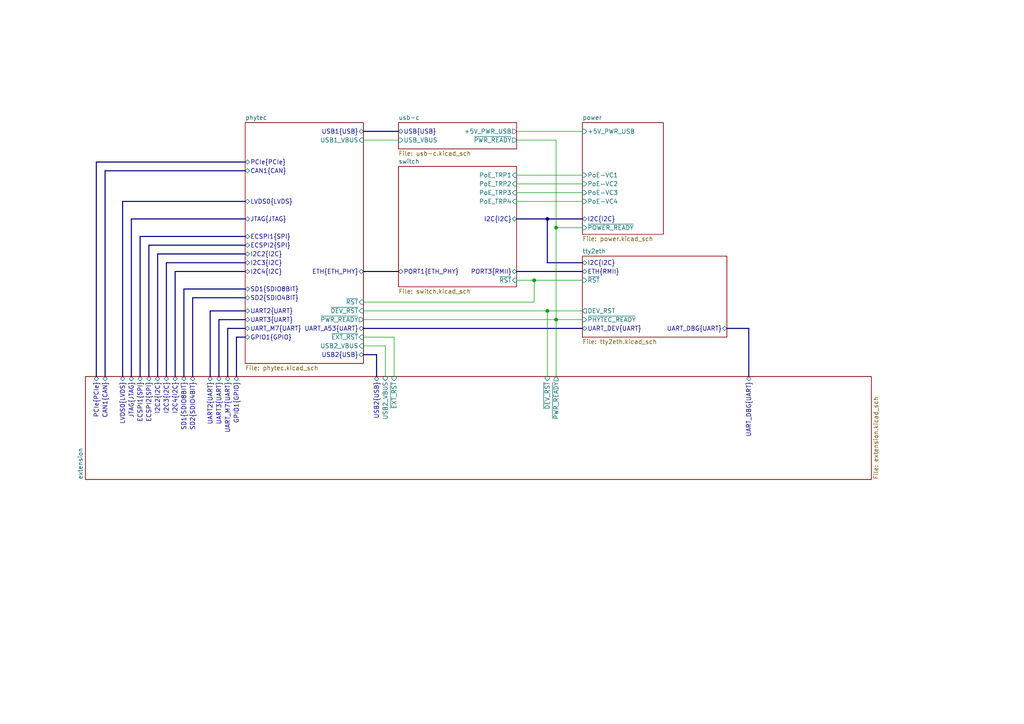
<source format=kicad_sch>
(kicad_sch
	(version 20250114)
	(generator "eeschema")
	(generator_version "9.0")
	(uuid "13a4a12c-5d10-413d-971d-c26e61d6aeac")
	(paper "A4")
	(lib_symbols)
	(junction
		(at 154.94 81.28)
		(diameter 0)
		(color 0 0 0 0)
		(uuid "319be722-d0b9-4030-a602-1ebf89863184")
	)
	(junction
		(at 161.29 92.71)
		(diameter 0)
		(color 0 0 0 0)
		(uuid "7019250d-76f1-4714-b724-e1b17c9b9ae7")
	)
	(junction
		(at 158.75 90.17)
		(diameter 0)
		(color 0 0 0 0)
		(uuid "8302de58-bab4-49da-8fe6-758ac3c5ad4b")
	)
	(junction
		(at 161.29 66.04)
		(diameter 0)
		(color 0 0 0 0)
		(uuid "8e963988-80e7-41be-84bb-55c95e95f084")
	)
	(junction
		(at 158.75 63.5)
		(diameter 0)
		(color 0 0 0 0)
		(uuid "d0e1aab9-8e13-44c2-b39d-69b571448a7e")
	)
	(bus
		(pts
			(xy 53.34 83.82) (xy 71.12 83.82)
		)
		(stroke
			(width 0)
			(type default)
		)
		(uuid "03f0b73f-5dc4-40e5-8b41-375a9106f41f")
	)
	(bus
		(pts
			(xy 30.48 49.53) (xy 71.12 49.53)
		)
		(stroke
			(width 0)
			(type default)
		)
		(uuid "07e423af-f6c5-4f28-9cea-706123e39c13")
	)
	(bus
		(pts
			(xy 66.04 95.25) (xy 66.04 109.22)
		)
		(stroke
			(width 0)
			(type default)
		)
		(uuid "0d673f3f-4f4b-460a-84f6-55e1aeb2ece6")
	)
	(bus
		(pts
			(xy 109.22 102.87) (xy 109.22 109.22)
		)
		(stroke
			(width 0)
			(type default)
		)
		(uuid "104ec5e7-8dac-4aed-b8be-5005733d45d6")
	)
	(bus
		(pts
			(xy 105.41 102.87) (xy 109.22 102.87)
		)
		(stroke
			(width 0)
			(type default)
		)
		(uuid "10915715-9e27-40f0-bbd9-90c721b7de8c")
	)
	(wire
		(pts
			(xy 105.41 100.33) (xy 111.76 100.33)
		)
		(stroke
			(width 0)
			(type default)
		)
		(uuid "1d696da5-8c4d-4108-9ef4-cad8b6d50ff0")
	)
	(wire
		(pts
			(xy 149.86 81.28) (xy 154.94 81.28)
		)
		(stroke
			(width 0)
			(type default)
		)
		(uuid "212b3bb5-ce52-4519-8208-2fcd0ccff987")
	)
	(bus
		(pts
			(xy 68.58 97.79) (xy 71.12 97.79)
		)
		(stroke
			(width 0)
			(type default)
		)
		(uuid "21e5928a-cc6e-44bf-a1ba-59db19856a71")
	)
	(bus
		(pts
			(xy 168.91 76.2) (xy 158.75 76.2)
		)
		(stroke
			(width 0)
			(type default)
		)
		(uuid "2215980b-644a-4126-b880-2d54e82ac323")
	)
	(bus
		(pts
			(xy 53.34 83.82) (xy 53.34 109.22)
		)
		(stroke
			(width 0)
			(type default)
		)
		(uuid "22b33409-c189-4e36-8f93-b7e09c247e6f")
	)
	(wire
		(pts
			(xy 161.29 66.04) (xy 161.29 92.71)
		)
		(stroke
			(width 0)
			(type default)
		)
		(uuid "2aa93ce0-bad6-4b03-88f7-e7311ac65f86")
	)
	(wire
		(pts
			(xy 154.94 87.63) (xy 154.94 81.28)
		)
		(stroke
			(width 0)
			(type default)
		)
		(uuid "32c37ff7-e92d-4da5-8294-eb47dc16a95e")
	)
	(bus
		(pts
			(xy 210.82 95.25) (xy 217.17 95.25)
		)
		(stroke
			(width 0)
			(type default)
		)
		(uuid "35c27481-5df9-478a-92f5-87519b35aec0")
	)
	(bus
		(pts
			(xy 35.56 109.22) (xy 35.56 58.42)
		)
		(stroke
			(width 0)
			(type default)
		)
		(uuid "3b1f03c5-2ab2-49ec-820e-c8356f6171bd")
	)
	(bus
		(pts
			(xy 60.96 90.17) (xy 71.12 90.17)
		)
		(stroke
			(width 0)
			(type default)
		)
		(uuid "3dd7d77e-7eed-425d-9857-fba7a38a002a")
	)
	(bus
		(pts
			(xy 158.75 63.5) (xy 168.91 63.5)
		)
		(stroke
			(width 0)
			(type default)
		)
		(uuid "45370fc8-82e1-4967-8a77-bfb4262147dd")
	)
	(bus
		(pts
			(xy 30.48 109.22) (xy 30.48 49.53)
		)
		(stroke
			(width 0)
			(type default)
		)
		(uuid "4e6cf284-70ba-4dc6-83da-874b7576f0e7")
	)
	(wire
		(pts
			(xy 161.29 40.64) (xy 161.29 66.04)
		)
		(stroke
			(width 0)
			(type default)
		)
		(uuid "525ed764-30b7-4cb8-8b72-8e2782345e26")
	)
	(wire
		(pts
			(xy 105.41 40.64) (xy 115.57 40.64)
		)
		(stroke
			(width 0)
			(type default)
		)
		(uuid "55defeb0-8a1d-424e-8055-eb84e0539aab")
	)
	(bus
		(pts
			(xy 149.86 78.74) (xy 168.91 78.74)
		)
		(stroke
			(width 0)
			(type default)
		)
		(uuid "5972b8be-dda2-419a-be7e-c0d855ebce5e")
	)
	(wire
		(pts
			(xy 149.86 58.42) (xy 168.91 58.42)
		)
		(stroke
			(width 0)
			(type default)
		)
		(uuid "5aa666c5-3b12-46b2-9ee7-1fb574f401bc")
	)
	(wire
		(pts
			(xy 149.86 40.64) (xy 161.29 40.64)
		)
		(stroke
			(width 0)
			(type default)
		)
		(uuid "5b1d645c-8145-447f-8915-dda95ca5c693")
	)
	(bus
		(pts
			(xy 63.5 109.22) (xy 63.5 92.71)
		)
		(stroke
			(width 0)
			(type default)
		)
		(uuid "6059339f-f7be-4bf5-9533-cf8c55bedcde")
	)
	(wire
		(pts
			(xy 105.41 87.63) (xy 154.94 87.63)
		)
		(stroke
			(width 0)
			(type default)
		)
		(uuid "608761e9-bebf-435e-bdb9-ceef74d267f0")
	)
	(bus
		(pts
			(xy 43.18 71.12) (xy 71.12 71.12)
		)
		(stroke
			(width 0)
			(type default)
		)
		(uuid "666f8cc0-eb39-4294-bd38-889b69918bc5")
	)
	(bus
		(pts
			(xy 158.75 76.2) (xy 158.75 63.5)
		)
		(stroke
			(width 0)
			(type default)
		)
		(uuid "6b348719-5d2d-4e40-957e-a54fad508b22")
	)
	(bus
		(pts
			(xy 105.41 78.74) (xy 115.57 78.74)
		)
		(stroke
			(width 0)
			(type default)
		)
		(uuid "6c642a7c-645a-4de7-a7ea-52f12070628b")
	)
	(wire
		(pts
			(xy 154.94 81.28) (xy 168.91 81.28)
		)
		(stroke
			(width 0)
			(type default)
		)
		(uuid "6ebc2c2f-f0e6-4949-aef5-c4a340e63af3")
	)
	(wire
		(pts
			(xy 149.86 55.88) (xy 168.91 55.88)
		)
		(stroke
			(width 0)
			(type default)
		)
		(uuid "732f3224-6221-449b-8a7b-1c1598effb37")
	)
	(wire
		(pts
			(xy 158.75 90.17) (xy 168.91 90.17)
		)
		(stroke
			(width 0)
			(type default)
		)
		(uuid "762a4be1-a97c-48d6-a5fc-97bc354bbc32")
	)
	(bus
		(pts
			(xy 45.72 109.22) (xy 45.72 73.66)
		)
		(stroke
			(width 0)
			(type default)
		)
		(uuid "77297d68-6162-4d9f-b7da-47c51446a326")
	)
	(bus
		(pts
			(xy 40.64 68.58) (xy 71.12 68.58)
		)
		(stroke
			(width 0)
			(type default)
		)
		(uuid "77429645-f705-4d8b-bd86-ec9d31eb7c11")
	)
	(wire
		(pts
			(xy 149.86 50.8) (xy 168.91 50.8)
		)
		(stroke
			(width 0)
			(type default)
		)
		(uuid "86bcdb38-8005-4662-b2e6-6ac0b690646a")
	)
	(bus
		(pts
			(xy 66.04 95.25) (xy 71.12 95.25)
		)
		(stroke
			(width 0)
			(type default)
		)
		(uuid "88e7c370-f7ea-4026-8b0b-6e2d3555b709")
	)
	(bus
		(pts
			(xy 217.17 95.25) (xy 217.17 109.22)
		)
		(stroke
			(width 0)
			(type default)
		)
		(uuid "89db2630-8f33-4d20-bb5b-9748deed1931")
	)
	(bus
		(pts
			(xy 43.18 71.12) (xy 43.18 109.22)
		)
		(stroke
			(width 0)
			(type default)
		)
		(uuid "8b406e60-39e7-4b80-a495-a37e1a79bab1")
	)
	(wire
		(pts
			(xy 114.3 97.79) (xy 114.3 109.22)
		)
		(stroke
			(width 0)
			(type default)
		)
		(uuid "8de332ac-cadc-4482-92bb-206b369937a9")
	)
	(wire
		(pts
			(xy 111.76 100.33) (xy 111.76 109.22)
		)
		(stroke
			(width 0)
			(type default)
		)
		(uuid "90035dfa-825a-4fd5-9abe-7cde3fbf9665")
	)
	(wire
		(pts
			(xy 105.41 90.17) (xy 158.75 90.17)
		)
		(stroke
			(width 0)
			(type default)
		)
		(uuid "9102e0c0-17ad-4ecd-b202-698cd8364d94")
	)
	(bus
		(pts
			(xy 55.88 109.22) (xy 55.88 86.36)
		)
		(stroke
			(width 0)
			(type default)
		)
		(uuid "92c901a0-9c5c-4345-8e3e-8bc8bf4847e8")
	)
	(wire
		(pts
			(xy 149.86 53.34) (xy 168.91 53.34)
		)
		(stroke
			(width 0)
			(type default)
		)
		(uuid "9b729f82-c305-4f0e-8b05-7d619bcb5790")
	)
	(wire
		(pts
			(xy 161.29 92.71) (xy 168.91 92.71)
		)
		(stroke
			(width 0)
			(type default)
		)
		(uuid "9c164c29-26d9-4b6e-9cbc-2a4996b4a2bb")
	)
	(bus
		(pts
			(xy 68.58 97.79) (xy 68.58 109.22)
		)
		(stroke
			(width 0)
			(type default)
		)
		(uuid "9e2ae4c3-e68d-41a8-afce-985be68f95ea")
	)
	(bus
		(pts
			(xy 27.94 46.99) (xy 71.12 46.99)
		)
		(stroke
			(width 0)
			(type default)
		)
		(uuid "a9bd08e9-72ae-4c1a-a221-1fa59a900220")
	)
	(bus
		(pts
			(xy 48.26 76.2) (xy 71.12 76.2)
		)
		(stroke
			(width 0)
			(type default)
		)
		(uuid "af6006ab-b55d-4b5a-bb73-bd83b51c16e4")
	)
	(bus
		(pts
			(xy 38.1 63.5) (xy 38.1 109.22)
		)
		(stroke
			(width 0)
			(type default)
		)
		(uuid "b1e7f26f-a709-47ea-91d7-2c3acd8984f5")
	)
	(bus
		(pts
			(xy 40.64 109.22) (xy 40.64 68.58)
		)
		(stroke
			(width 0)
			(type default)
		)
		(uuid "b4a9cbb9-ec90-4cb9-a4da-fa60e8f11b14")
	)
	(wire
		(pts
			(xy 161.29 92.71) (xy 161.29 109.22)
		)
		(stroke
			(width 0)
			(type default)
		)
		(uuid "b56c8ba2-f085-43c7-bf6b-21ec446c20fe")
	)
	(wire
		(pts
			(xy 105.41 97.79) (xy 114.3 97.79)
		)
		(stroke
			(width 0)
			(type default)
		)
		(uuid "b7f68281-82aa-40d0-90d3-62dfb41d9510")
	)
	(bus
		(pts
			(xy 105.41 95.25) (xy 168.91 95.25)
		)
		(stroke
			(width 0)
			(type default)
		)
		(uuid "b8878a34-6c0e-4e26-bf01-cd67a515eb4a")
	)
	(bus
		(pts
			(xy 105.41 38.1) (xy 115.57 38.1)
		)
		(stroke
			(width 0)
			(type default)
		)
		(uuid "b966f5f4-46a3-4b0c-ae5b-4e886b04ae7f")
	)
	(wire
		(pts
			(xy 168.91 66.04) (xy 161.29 66.04)
		)
		(stroke
			(width 0)
			(type default)
		)
		(uuid "bd8fd70b-698c-4cb0-96ef-f157160ef836")
	)
	(bus
		(pts
			(xy 45.72 73.66) (xy 71.12 73.66)
		)
		(stroke
			(width 0)
			(type default)
		)
		(uuid "bdf2ef7f-bb8f-4873-b133-cf4dce42cfbb")
	)
	(bus
		(pts
			(xy 50.8 78.74) (xy 71.12 78.74)
		)
		(stroke
			(width 0)
			(type default)
		)
		(uuid "bf01f7f0-e036-4cda-b170-3f148d81089f")
	)
	(wire
		(pts
			(xy 158.75 90.17) (xy 158.75 109.22)
		)
		(stroke
			(width 0)
			(type default)
		)
		(uuid "c084c5bf-1488-480b-b15f-fa8e16d17776")
	)
	(bus
		(pts
			(xy 60.96 90.17) (xy 60.96 109.22)
		)
		(stroke
			(width 0)
			(type default)
		)
		(uuid "cfff74f2-530f-4845-af46-f65917b25aa6")
	)
	(bus
		(pts
			(xy 149.86 63.5) (xy 158.75 63.5)
		)
		(stroke
			(width 0)
			(type default)
		)
		(uuid "d33b6e31-92e3-4fde-a4d1-52a91c0b3e01")
	)
	(bus
		(pts
			(xy 48.26 76.2) (xy 48.26 109.22)
		)
		(stroke
			(width 0)
			(type default)
		)
		(uuid "d34d5691-5dd4-4dd1-84ff-542f3bc509fc")
	)
	(bus
		(pts
			(xy 50.8 109.22) (xy 50.8 78.74)
		)
		(stroke
			(width 0)
			(type default)
		)
		(uuid "d726fae3-fe9d-4649-afe3-e3496455fe8a")
	)
	(wire
		(pts
			(xy 105.41 92.71) (xy 161.29 92.71)
		)
		(stroke
			(width 0)
			(type default)
		)
		(uuid "dba65c19-4fe5-4dd7-8364-b1bd3a0f890e")
	)
	(bus
		(pts
			(xy 27.94 46.99) (xy 27.94 109.22)
		)
		(stroke
			(width 0)
			(type default)
		)
		(uuid "e5b1126c-58e7-4bc6-91e8-ab6153dda957")
	)
	(bus
		(pts
			(xy 63.5 92.71) (xy 71.12 92.71)
		)
		(stroke
			(width 0)
			(type default)
		)
		(uuid "ed4f38a5-201e-412b-9850-b6ff1c0472f8")
	)
	(bus
		(pts
			(xy 55.88 86.36) (xy 71.12 86.36)
		)
		(stroke
			(width 0)
			(type default)
		)
		(uuid "f0e41158-fe53-430a-b296-d8206c64165c")
	)
	(bus
		(pts
			(xy 35.56 58.42) (xy 71.12 58.42)
		)
		(stroke
			(width 0)
			(type default)
		)
		(uuid "f43397a7-0875-4bc8-ab75-0b6377b9a273")
	)
	(wire
		(pts
			(xy 149.86 38.1) (xy 168.91 38.1)
		)
		(stroke
			(width 0)
			(type default)
		)
		(uuid "fab6db6e-f0c9-4a38-b786-0484376b553e")
	)
	(bus
		(pts
			(xy 38.1 63.5) (xy 71.12 63.5)
		)
		(stroke
			(width 0)
			(type default)
		)
		(uuid "fc57fcfc-c6a7-4f66-8d4f-8f0c7cddd925")
	)
	(sheet
		(at 115.57 48.26)
		(size 34.29 34.925)
		(exclude_from_sim no)
		(in_bom yes)
		(on_board yes)
		(dnp no)
		(fields_autoplaced yes)
		(stroke
			(width 0.1524)
			(type solid)
		)
		(fill
			(color 0 0 0 0.0000)
		)
		(uuid "17991785-99cc-4782-9bf5-2c95b81e54a8")
		(property "Sheetname" "switch"
			(at 115.57 47.5484 0)
			(effects
				(font
					(size 1.27 1.27)
				)
				(justify left bottom)
			)
		)
		(property "Sheetfile" "switch.kicad_sch"
			(at 115.57 83.7696 0)
			(effects
				(font
					(size 1.27 1.27)
				)
				(justify left top)
			)
		)
		(pin "~{RST}" input
			(at 149.86 81.28 0)
			(uuid "7e1efb85-bf70-4c8d-b0ef-931918e9d907")
			(effects
				(font
					(size 1.27 1.27)
				)
				(justify right)
			)
		)
		(pin "PoE_TRP2" input
			(at 149.86 53.34 0)
			(uuid "c77d0291-106f-43be-9b2e-860684050ce0")
			(effects
				(font
					(size 1.27 1.27)
				)
				(justify right)
			)
		)
		(pin "PoE_TRP1" input
			(at 149.86 50.8 0)
			(uuid "c418a408-6031-4e2f-a222-cc9cfd0cd3d5")
			(effects
				(font
					(size 1.27 1.27)
				)
				(justify right)
			)
		)
		(pin "PoE_TRP3" input
			(at 149.86 55.88 0)
			(uuid "3176c188-c186-444c-a15e-41552ccd2a00")
			(effects
				(font
					(size 1.27 1.27)
				)
				(justify right)
			)
		)
		(pin "PoE_TRP4" input
			(at 149.86 58.42 0)
			(uuid "ee778042-ea56-4e41-b88d-b64699f65e33")
			(effects
				(font
					(size 1.27 1.27)
				)
				(justify right)
			)
		)
		(pin "PORT3{RMII}" bidirectional
			(at 149.86 78.74 0)
			(uuid "ee23cba1-3201-48ce-9393-d6dd4c1aa2ac")
			(effects
				(font
					(size 1.27 1.27)
				)
				(justify right)
			)
		)
		(pin "PORT1{ETH_PHY}" bidirectional
			(at 115.57 78.74 180)
			(uuid "74a16923-6ae5-4126-a62d-474b2ad036c4")
			(effects
				(font
					(size 1.27 1.27)
				)
				(justify left)
			)
		)
		(pin "I2C{I2C}" bidirectional
			(at 149.86 63.5 0)
			(uuid "6a7245f2-0570-4dfb-91c8-b4127984b9f3")
			(effects
				(font
					(size 1.27 1.27)
				)
				(justify right)
			)
		)
		(instances
			(project "gwm-main-board"
				(path "/13a4a12c-5d10-413d-971d-c26e61d6aeac"
					(page "3")
				)
			)
		)
	)
	(sheet
		(at 24.765 109.22)
		(size 227.965 29.845)
		(exclude_from_sim no)
		(in_bom yes)
		(on_board yes)
		(dnp no)
		(fields_autoplaced yes)
		(stroke
			(width 0.1524)
			(type solid)
		)
		(fill
			(color 0 0 0 0.0000)
		)
		(uuid "273cb766-8e85-4b1b-ae06-f1e275c888d7")
		(property "Sheetname" "extension"
			(at 24.0534 139.065 90)
			(effects
				(font
					(size 1.27 1.27)
				)
				(justify left bottom)
			)
		)
		(property "Sheetfile" "extension.kicad_sch"
			(at 253.3146 139.065 90)
			(effects
				(font
					(size 1.27 1.27)
				)
				(justify left top)
			)
		)
		(pin "GPIO1{GPIO}" bidirectional
			(at 68.58 109.22 90)
			(uuid "74c189a1-30fe-4291-a0ea-4226b2a0dd5a")
			(effects
				(font
					(size 1.27 1.27)
				)
				(justify right)
			)
		)
		(pin "UART_DBG{UART}" bidirectional
			(at 217.17 109.22 90)
			(uuid "d4cf704f-9de1-4880-8a31-21b4fedfdb1a")
			(effects
				(font
					(size 1.27 1.27)
				)
				(justify right)
			)
		)
		(pin "ECSPI1{SPI}" bidirectional
			(at 40.64 109.22 90)
			(uuid "23d00ba7-a4ac-45bb-9b1c-633aa53f3bd3")
			(effects
				(font
					(size 1.27 1.27)
				)
				(justify right)
			)
		)
		(pin "USB2{USB}" bidirectional
			(at 109.22 109.22 90)
			(uuid "de6d9d08-b82e-4d7c-aa4b-bde349ee82fb")
			(effects
				(font
					(size 1.27 1.27)
				)
				(justify right)
			)
		)
		(pin "ECSPI2{SPI}" bidirectional
			(at 43.18 109.22 90)
			(uuid "d5c056ec-a26c-4b3a-b408-8f50b5935889")
			(effects
				(font
					(size 1.27 1.27)
				)
				(justify right)
			)
		)
		(pin "PCIe{PCIe}" bidirectional
			(at 27.94 109.22 90)
			(uuid "2a21f1c0-180f-403f-9b12-2d3725849c2d")
			(effects
				(font
					(size 1.27 1.27)
				)
				(justify right)
			)
		)
		(pin "I2C4{I2C}" bidirectional
			(at 50.8 109.22 90)
			(uuid "f0229ada-d4ee-4f82-9ac7-abcca13d36eb")
			(effects
				(font
					(size 1.27 1.27)
				)
				(justify right)
			)
		)
		(pin "LVDS0{LVDS}" bidirectional
			(at 35.56 109.22 90)
			(uuid "75017015-217e-49ff-a56e-eb4173d53fb3")
			(effects
				(font
					(size 1.27 1.27)
				)
				(justify right)
			)
		)
		(pin "I2C2{I2C}" bidirectional
			(at 45.72 109.22 90)
			(uuid "be5fe983-a966-4880-a2c3-7c663498147f")
			(effects
				(font
					(size 1.27 1.27)
				)
				(justify right)
			)
		)
		(pin "I2C3{I2C}" bidirectional
			(at 48.26 109.22 90)
			(uuid "ef417357-1ecc-4668-a043-ec12590a8530")
			(effects
				(font
					(size 1.27 1.27)
				)
				(justify right)
			)
		)
		(pin "JTAG{JTAG}" bidirectional
			(at 38.1 109.22 90)
			(uuid "5fef85e5-8af6-423c-b551-6b2c17d4341a")
			(effects
				(font
					(size 1.27 1.27)
				)
				(justify right)
			)
		)
		(pin "SD1{SDIO8BIT}" bidirectional
			(at 53.34 109.22 90)
			(uuid "27e6190c-6f46-487d-a0c7-542fc078314c")
			(effects
				(font
					(size 1.27 1.27)
				)
				(justify right)
			)
		)
		(pin "UART3{UART}" bidirectional
			(at 63.5 109.22 90)
			(uuid "429be0c7-810b-4dcd-a01b-048bc3c681a4")
			(effects
				(font
					(size 1.27 1.27)
				)
				(justify right)
			)
		)
		(pin "USB2_VBUS" input
			(at 111.76 109.22 90)
			(uuid "837ab806-c67a-41b6-b5ba-9aba8b269c58")
			(effects
				(font
					(size 1.27 1.27)
				)
				(justify right)
			)
		)
		(pin "~{PWR_READY}" output
			(at 161.29 109.22 90)
			(uuid "8181a0d2-d50f-4764-a178-8b452df58227")
			(effects
				(font
					(size 1.27 1.27)
				)
				(justify right)
			)
		)
		(pin "UART2{UART}" bidirectional
			(at 60.96 109.22 90)
			(uuid "52bb0084-6b7b-4735-97dd-3de18a46c78a")
			(effects
				(font
					(size 1.27 1.27)
				)
				(justify right)
			)
		)
		(pin "SD2{SDIO4BIT}" bidirectional
			(at 55.88 109.22 90)
			(uuid "04f6ad45-88ad-47d0-925f-5dbb42710cf3")
			(effects
				(font
					(size 1.27 1.27)
				)
				(justify right)
			)
		)
		(pin "UART_M7{UART}" bidirectional
			(at 66.04 109.22 90)
			(uuid "d6c3f511-3809-44b8-915a-edaa2bd25fa7")
			(effects
				(font
					(size 1.27 1.27)
				)
				(justify right)
			)
		)
		(pin "CAN1{CAN}" bidirectional
			(at 30.48 109.22 90)
			(uuid "28cef991-3164-4290-9275-cdc917d51a71")
			(effects
				(font
					(size 1.27 1.27)
				)
				(justify right)
			)
		)
		(pin "~{EXT_RST}" input
			(at 114.3 109.22 90)
			(uuid "a35d7bf8-d736-4171-80f8-e520a4cdd621")
			(effects
				(font
					(size 1.27 1.27)
				)
				(justify right)
			)
		)
		(pin "~{DEV_RST}" input
			(at 158.75 109.22 90)
			(uuid "3bcde396-9cc8-492f-a1be-170f29ff396d")
			(effects
				(font
					(size 1.27 1.27)
				)
				(justify right)
			)
		)
		(instances
			(project "gwm-main-board"
				(path "/13a4a12c-5d10-413d-971d-c26e61d6aeac"
					(page "9")
				)
			)
		)
	)
	(sheet
		(at 71.12 35.56)
		(size 34.29 69.85)
		(exclude_from_sim no)
		(in_bom yes)
		(on_board yes)
		(dnp no)
		(fields_autoplaced yes)
		(stroke
			(width 0.1524)
			(type solid)
		)
		(fill
			(color 0 0 0 0.0000)
		)
		(uuid "2bc6d106-050a-48bb-902f-92dea6a99437")
		(property "Sheetname" "phytec"
			(at 71.12 34.8484 0)
			(effects
				(font
					(size 1.27 1.27)
				)
				(justify left bottom)
			)
		)
		(property "Sheetfile" "phytec.kicad_sch"
			(at 71.12 105.9946 0)
			(effects
				(font
					(size 1.27 1.27)
				)
				(justify left top)
			)
		)
		(pin "~{PWR_READY}" output
			(at 105.41 92.71 0)
			(uuid "ff4c6ed9-79d8-438e-972d-a1f22b1498f2")
			(effects
				(font
					(size 1.27 1.27)
				)
				(justify right)
			)
		)
		(pin "USB1{USB}" bidirectional
			(at 105.41 38.1 0)
			(uuid "8467af86-ed7a-43b7-b354-cda34834cddd")
			(effects
				(font
					(size 1.27 1.27)
				)
				(justify right)
			)
		)
		(pin "USB1_VBUS" input
			(at 105.41 40.64 0)
			(uuid "e8a2342f-a55d-4fa9-9ac8-d052deed5bd9")
			(effects
				(font
					(size 1.27 1.27)
				)
				(justify right)
			)
		)
		(pin "ETH{ETH_PHY}" bidirectional
			(at 105.41 78.74 0)
			(uuid "2959baa0-6c6b-44ef-9f5d-6bff4644edc5")
			(effects
				(font
					(size 1.27 1.27)
				)
				(justify right)
			)
		)
		(pin "GPIO1{GPIO}" bidirectional
			(at 71.12 97.79 180)
			(uuid "c90ca3db-0184-4225-a362-a2223a9d48a0")
			(effects
				(font
					(size 1.27 1.27)
				)
				(justify left)
			)
		)
		(pin "ECSPI2{SPI}" bidirectional
			(at 71.12 71.12 180)
			(uuid "231fdeb0-c791-402d-8f23-e5fcbaa48ca0")
			(effects
				(font
					(size 1.27 1.27)
				)
				(justify left)
			)
		)
		(pin "ECSPI1{SPI}" bidirectional
			(at 71.12 68.58 180)
			(uuid "7c579b1b-fc5d-41c3-85c4-b1b15a3a8b83")
			(effects
				(font
					(size 1.27 1.27)
				)
				(justify left)
			)
		)
		(pin "I2C3{I2C}" bidirectional
			(at 71.12 76.2 180)
			(uuid "53262bfd-2b6a-48c5-b357-ac3a4added4b")
			(effects
				(font
					(size 1.27 1.27)
				)
				(justify left)
			)
		)
		(pin "JTAG{JTAG}" bidirectional
			(at 71.12 63.5 180)
			(uuid "0de3958d-7cd1-489c-a660-d1a053b98bf5")
			(effects
				(font
					(size 1.27 1.27)
				)
				(justify left)
			)
		)
		(pin "SD1{SDIO8BIT}" bidirectional
			(at 71.12 83.82 180)
			(uuid "f58d479e-5df0-4426-9a6a-c0dfac7c791e")
			(effects
				(font
					(size 1.27 1.27)
				)
				(justify left)
			)
		)
		(pin "I2C2{I2C}" bidirectional
			(at 71.12 73.66 180)
			(uuid "5c8d88ad-6240-4474-a378-4b7d8ab585c9")
			(effects
				(font
					(size 1.27 1.27)
				)
				(justify left)
			)
		)
		(pin "SD2{SDIO4BIT}" bidirectional
			(at 71.12 86.36 180)
			(uuid "833e3dd3-d001-480b-870b-300734a87860")
			(effects
				(font
					(size 1.27 1.27)
				)
				(justify left)
			)
		)
		(pin "UART_A53{UART}" bidirectional
			(at 105.41 95.25 0)
			(uuid "56bcf96c-a4ca-4495-b307-78467209a4fb")
			(effects
				(font
					(size 1.27 1.27)
				)
				(justify right)
			)
		)
		(pin "UART3{UART}" bidirectional
			(at 71.12 92.71 180)
			(uuid "72c4cf76-d0b7-41d6-b52b-68799f7934af")
			(effects
				(font
					(size 1.27 1.27)
				)
				(justify left)
			)
		)
		(pin "UART2{UART}" bidirectional
			(at 71.12 90.17 180)
			(uuid "67e802ee-dba1-4e41-9f18-c5d781829053")
			(effects
				(font
					(size 1.27 1.27)
				)
				(justify left)
			)
		)
		(pin "UART_M7{UART}" bidirectional
			(at 71.12 95.25 180)
			(uuid "6ef0b697-ab63-4695-94e6-90047c0978a0")
			(effects
				(font
					(size 1.27 1.27)
				)
				(justify left)
			)
		)
		(pin "USB2{USB}" bidirectional
			(at 105.41 102.87 0)
			(uuid "f61d02d1-5e6c-46df-ad54-b34a38da1c4a")
			(effects
				(font
					(size 1.27 1.27)
				)
				(justify right)
			)
		)
		(pin "USB2_VBUS" input
			(at 105.41 100.33 0)
			(uuid "009f7593-470d-4f2a-b6e7-9ed5aa35a692")
			(effects
				(font
					(size 1.27 1.27)
				)
				(justify right)
			)
		)
		(pin "PCIe{PCIe}" bidirectional
			(at 71.12 46.99 180)
			(uuid "70573ee3-6392-4eb7-b264-32806698d3c9")
			(effects
				(font
					(size 1.27 1.27)
				)
				(justify left)
			)
		)
		(pin "LVDS0{LVDS}" bidirectional
			(at 71.12 58.42 180)
			(uuid "cffc7877-47e0-4bbc-b276-5a4f16edebc4")
			(effects
				(font
					(size 1.27 1.27)
				)
				(justify left)
			)
		)
		(pin "I2C4{I2C}" bidirectional
			(at 71.12 78.74 180)
			(uuid "9a50d245-e6d3-4389-bb9f-32d47a93d2a4")
			(effects
				(font
					(size 1.27 1.27)
				)
				(justify left)
			)
		)
		(pin "~{DEV_RST}" input
			(at 105.41 90.17 0)
			(uuid "f3fe71ea-be0f-4be7-809f-29b26d7f41df")
			(effects
				(font
					(size 1.27 1.27)
				)
				(justify right)
			)
		)
		(pin "~{RST}" input
			(at 105.41 87.63 0)
			(uuid "095ec512-7bb3-4120-a1de-f8b04f50d984")
			(effects
				(font
					(size 1.27 1.27)
				)
				(justify right)
			)
		)
		(pin "CAN1{CAN}" bidirectional
			(at 71.12 49.53 180)
			(uuid "b497bfc1-d584-411f-b74e-f27b123ec2b7")
			(effects
				(font
					(size 1.27 1.27)
				)
				(justify left)
			)
		)
		(pin "~{EXT_RST}" input
			(at 105.41 97.79 0)
			(uuid "f8e16a2a-49b1-4369-8c66-8a53f3fdacd6")
			(effects
				(font
					(size 1.27 1.27)
				)
				(justify right)
			)
		)
		(instances
			(project "gwm-main-board"
				(path "/13a4a12c-5d10-413d-971d-c26e61d6aeac"
					(page "2")
				)
			)
		)
	)
	(sheet
		(at 168.91 35.56)
		(size 23.495 32.385)
		(exclude_from_sim no)
		(in_bom yes)
		(on_board yes)
		(dnp no)
		(fields_autoplaced yes)
		(stroke
			(width 0.1524)
			(type solid)
		)
		(fill
			(color 0 0 0 0.0000)
		)
		(uuid "363e8ac0-9edb-41b4-b422-4547b36e0e86")
		(property "Sheetname" "power"
			(at 168.91 34.8484 0)
			(effects
				(font
					(size 1.27 1.27)
				)
				(justify left bottom)
			)
		)
		(property "Sheetfile" "power.kicad_sch"
			(at 168.91 68.5296 0)
			(effects
				(font
					(size 1.27 1.27)
				)
				(justify left top)
			)
		)
		(pin "PoE-VC1" input
			(at 168.91 50.8 180)
			(uuid "69a47a6b-218e-4b32-a799-c65eab2be471")
			(effects
				(font
					(size 1.27 1.27)
				)
				(justify left)
			)
		)
		(pin "PoE-VC2" input
			(at 168.91 53.34 180)
			(uuid "a7ce32b2-dac3-4d31-8106-3eeb7356865a")
			(effects
				(font
					(size 1.27 1.27)
				)
				(justify left)
			)
		)
		(pin "PoE-VC3" input
			(at 168.91 55.88 180)
			(uuid "d26b1941-846b-4deb-acf1-4d140020b12d")
			(effects
				(font
					(size 1.27 1.27)
				)
				(justify left)
			)
		)
		(pin "PoE-VC4" input
			(at 168.91 58.42 180)
			(uuid "89947d45-52fc-4c98-81cd-5bf1f4744bcc")
			(effects
				(font
					(size 1.27 1.27)
				)
				(justify left)
			)
		)
		(pin "+5V_PWR_USB" input
			(at 168.91 38.1 180)
			(uuid "ae295754-f88c-4141-b6a8-529746ecaca7")
			(effects
				(font
					(size 1.27 1.27)
				)
				(justify left)
			)
		)
		(pin "I2C{I2C}" bidirectional
			(at 168.91 63.5 180)
			(uuid "f84616f2-8428-4eb7-8ec1-022a2260b9db")
			(effects
				(font
					(size 1.27 1.27)
				)
				(justify left)
			)
		)
		(pin "~{POWER_READY}" input
			(at 168.91 66.04 180)
			(uuid "09fbfcf6-9de5-450d-a9da-7b6efcc23d8f")
			(effects
				(font
					(size 1.27 1.27)
				)
				(justify left)
			)
		)
		(instances
			(project "gwm-main-board"
				(path "/13a4a12c-5d10-413d-971d-c26e61d6aeac"
					(page "5")
				)
			)
		)
	)
	(sheet
		(at 168.91 74.295)
		(size 41.91 23.495)
		(exclude_from_sim no)
		(in_bom yes)
		(on_board yes)
		(dnp no)
		(fields_autoplaced yes)
		(stroke
			(width 0.1524)
			(type solid)
		)
		(fill
			(color 0 0 0 0.0000)
		)
		(uuid "9109090d-787c-4fc1-bfdc-b85cbe0e2be6")
		(property "Sheetname" "tty2eth"
			(at 168.91 73.5834 0)
			(effects
				(font
					(size 1.27 1.27)
				)
				(justify left bottom)
			)
		)
		(property "Sheetfile" "tty2eth.kicad_sch"
			(at 168.91 98.3746 0)
			(effects
				(font
					(size 1.27 1.27)
				)
				(justify left top)
			)
		)
		(pin "DEV_RST" output
			(at 168.91 90.17 180)
			(uuid "b2a9d866-eb10-4198-8d97-45371f3b7199")
			(effects
				(font
					(size 1.27 1.27)
				)
				(justify left)
			)
		)
		(pin "~{RST}" input
			(at 168.91 81.28 180)
			(uuid "b4fcfcc7-e3e8-482c-94bf-e7fc6c2046f0")
			(effects
				(font
					(size 1.27 1.27)
				)
				(justify left)
			)
		)
		(pin "ETH{RMII}" bidirectional
			(at 168.91 78.74 180)
			(uuid "fdf9c0b4-9655-43a6-ab6f-1ebe571f4489")
			(effects
				(font
					(size 1.27 1.27)
				)
				(justify left)
			)
		)
		(pin "~{PHYTEC_READY}" input
			(at 168.91 92.71 180)
			(uuid "00946cdb-a495-4ea6-82f3-c60559e5192b")
			(effects
				(font
					(size 1.27 1.27)
				)
				(justify left)
			)
		)
		(pin "UART_DBG{UART}" bidirectional
			(at 210.82 95.25 0)
			(uuid "fe296738-733b-42ab-bf81-990f04ec18f4")
			(effects
				(font
					(size 1.27 1.27)
				)
				(justify right)
			)
		)
		(pin "UART_DEV{UART}" bidirectional
			(at 168.91 95.25 180)
			(uuid "b55085f8-31da-4689-9a66-ca59cd333201")
			(effects
				(font
					(size 1.27 1.27)
				)
				(justify left)
			)
		)
		(pin "I2C{I2C}" bidirectional
			(at 168.91 76.2 180)
			(uuid "db1939bf-6a54-4cfb-bdba-95632a266b53")
			(effects
				(font
					(size 1.27 1.27)
				)
				(justify left)
			)
		)
		(instances
			(project "gwm-main-board"
				(path "/13a4a12c-5d10-413d-971d-c26e61d6aeac"
					(page "4")
				)
			)
		)
	)
	(sheet
		(at 115.57 35.56)
		(size 34.29 7.62)
		(exclude_from_sim no)
		(in_bom yes)
		(on_board yes)
		(dnp no)
		(fields_autoplaced yes)
		(stroke
			(width 0.1524)
			(type solid)
		)
		(fill
			(color 0 0 0 0.0000)
		)
		(uuid "d3e8b7da-e8c2-476e-a0e2-a7f551831529")
		(property "Sheetname" "usb-c"
			(at 115.57 34.8484 0)
			(effects
				(font
					(size 1.27 1.27)
				)
				(justify left bottom)
			)
		)
		(property "Sheetfile" "usb-c.kicad_sch"
			(at 115.57 43.7646 0)
			(effects
				(font
					(size 1.27 1.27)
				)
				(justify left top)
			)
		)
		(pin "USB_VBUS" input
			(at 115.57 40.64 180)
			(uuid "346cb27e-a9e2-4783-babc-a5a74a5e1aab")
			(effects
				(font
					(size 1.27 1.27)
				)
				(justify left)
			)
		)
		(pin "+5V_PWR_USB" output
			(at 149.86 38.1 0)
			(uuid "ce515625-bcfc-46fd-b191-36d1e3d8341b")
			(effects
				(font
					(size 1.27 1.27)
				)
				(justify right)
			)
		)
		(pin "USB{USB}" bidirectional
			(at 115.57 38.1 180)
			(uuid "5bb878fd-f88b-494e-99b2-a742af13eb4b")
			(effects
				(font
					(size 1.27 1.27)
				)
				(justify left)
			)
		)
		(pin "~{PWR_READY}" output
			(at 149.86 40.64 0)
			(uuid "b80cb475-f63f-4008-be8b-1c9a53faa8d1")
			(effects
				(font
					(size 1.27 1.27)
				)
				(justify right)
			)
		)
		(instances
			(project "gwm-main-board"
				(path "/13a4a12c-5d10-413d-971d-c26e61d6aeac"
					(page "6")
				)
			)
		)
	)
	(sheet_instances
		(path "/"
			(page "1")
		)
	)
	(embedded_fonts no)
)

</source>
